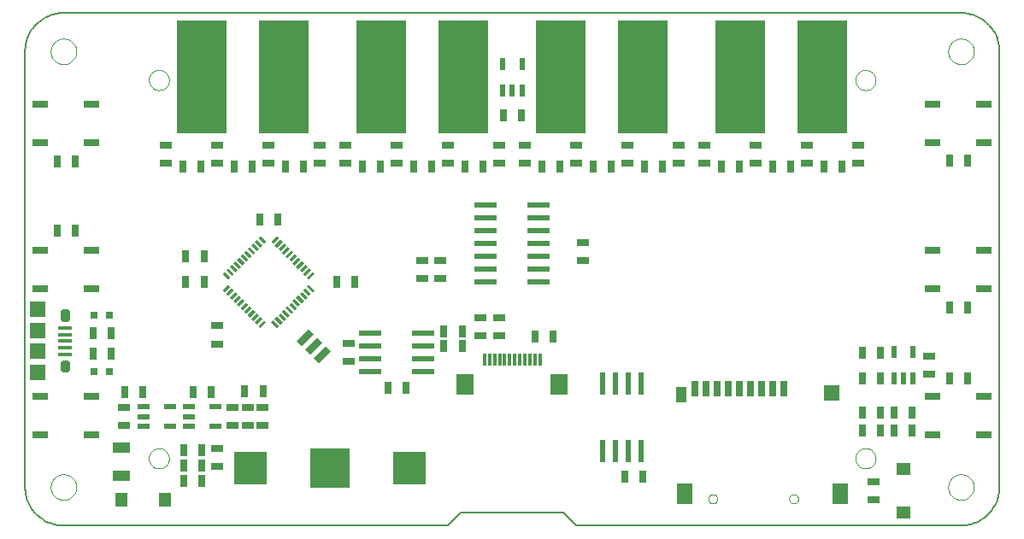
<source format=gtp>
G75*
%MOIN*%
%OFA0B0*%
%FSLAX24Y24*%
%IPPOS*%
%LPD*%
%AMOC8*
5,1,8,0,0,1.08239X$1,22.5*
%
%ADD10C,0.0050*%
%ADD11C,0.0000*%
%ADD12R,0.0276X0.0669*%
%ADD13R,0.0709X0.0394*%
%ADD14R,0.0472X0.0217*%
%ADD15R,0.0472X0.0315*%
%ADD16R,0.0217X0.0472*%
%ADD17R,0.0315X0.0472*%
%ADD18R,0.0579X0.0500*%
%ADD19R,0.0870X0.0240*%
%ADD20R,0.1969X0.4409*%
%ADD21R,0.0300X0.0300*%
%ADD22R,0.0600X0.0300*%
%ADD23R,0.0500X0.0579*%
%ADD24R,0.0531X0.0157*%
%ADD25C,0.0281*%
%ADD26R,0.0610X0.0648*%
%ADD27R,0.0610X0.0591*%
%ADD28R,0.1560X0.1560*%
%ADD29R,0.1250X0.1250*%
%ADD30R,0.0236X0.0866*%
%ADD31R,0.0118X0.0512*%
%ADD32R,0.0650X0.0807*%
%ADD33R,0.0315X0.0118*%
%ADD34R,0.0300X0.0600*%
%ADD35R,0.0400X0.0600*%
%ADD36R,0.0600X0.0800*%
%ADD37R,0.0600X0.0600*%
D10*
X017760Y016393D02*
X032760Y016393D01*
X033260Y016893D01*
X037260Y016893D01*
X037760Y016393D01*
X052760Y016393D01*
X052836Y016395D01*
X052912Y016401D01*
X052987Y016410D01*
X053062Y016424D01*
X053136Y016441D01*
X053209Y016462D01*
X053281Y016486D01*
X053352Y016515D01*
X053421Y016546D01*
X053488Y016581D01*
X053553Y016620D01*
X053617Y016662D01*
X053678Y016707D01*
X053737Y016755D01*
X053793Y016806D01*
X053847Y016860D01*
X053898Y016916D01*
X053946Y016975D01*
X053991Y017036D01*
X054033Y017100D01*
X054072Y017165D01*
X054107Y017232D01*
X054138Y017301D01*
X054167Y017372D01*
X054191Y017444D01*
X054212Y017517D01*
X054229Y017591D01*
X054243Y017666D01*
X054252Y017741D01*
X054258Y017817D01*
X054260Y017893D01*
X054260Y034893D01*
X054258Y034969D01*
X054252Y035045D01*
X054243Y035120D01*
X054229Y035195D01*
X054212Y035269D01*
X054191Y035342D01*
X054167Y035414D01*
X054138Y035485D01*
X054107Y035554D01*
X054072Y035621D01*
X054033Y035686D01*
X053991Y035750D01*
X053946Y035811D01*
X053898Y035870D01*
X053847Y035926D01*
X053793Y035980D01*
X053737Y036031D01*
X053678Y036079D01*
X053617Y036124D01*
X053553Y036166D01*
X053488Y036205D01*
X053421Y036240D01*
X053352Y036271D01*
X053281Y036300D01*
X053209Y036324D01*
X053136Y036345D01*
X053062Y036362D01*
X052987Y036376D01*
X052912Y036385D01*
X052836Y036391D01*
X052760Y036393D01*
X017760Y036393D01*
X017684Y036391D01*
X017608Y036385D01*
X017533Y036376D01*
X017458Y036362D01*
X017384Y036345D01*
X017311Y036324D01*
X017239Y036300D01*
X017168Y036271D01*
X017099Y036240D01*
X017032Y036205D01*
X016967Y036166D01*
X016903Y036124D01*
X016842Y036079D01*
X016783Y036031D01*
X016727Y035980D01*
X016673Y035926D01*
X016622Y035870D01*
X016574Y035811D01*
X016529Y035750D01*
X016487Y035686D01*
X016448Y035621D01*
X016413Y035554D01*
X016382Y035485D01*
X016353Y035414D01*
X016329Y035342D01*
X016308Y035269D01*
X016291Y035195D01*
X016277Y035120D01*
X016268Y035045D01*
X016262Y034969D01*
X016260Y034893D01*
X016260Y017893D01*
X016262Y017817D01*
X016268Y017741D01*
X016277Y017666D01*
X016291Y017591D01*
X016308Y017517D01*
X016329Y017444D01*
X016353Y017372D01*
X016382Y017301D01*
X016413Y017232D01*
X016448Y017165D01*
X016487Y017100D01*
X016529Y017036D01*
X016574Y016975D01*
X016622Y016916D01*
X016673Y016860D01*
X016727Y016806D01*
X016783Y016755D01*
X016842Y016707D01*
X016903Y016662D01*
X016967Y016620D01*
X017032Y016581D01*
X017099Y016546D01*
X017168Y016515D01*
X017239Y016486D01*
X017311Y016462D01*
X017384Y016441D01*
X017458Y016424D01*
X017533Y016410D01*
X017608Y016401D01*
X017684Y016395D01*
X017760Y016393D01*
D11*
X017260Y017893D02*
X017262Y017937D01*
X017268Y017981D01*
X017278Y018024D01*
X017291Y018066D01*
X017308Y018107D01*
X017329Y018146D01*
X017353Y018183D01*
X017380Y018218D01*
X017410Y018250D01*
X017443Y018280D01*
X017479Y018306D01*
X017516Y018330D01*
X017556Y018349D01*
X017597Y018366D01*
X017640Y018378D01*
X017683Y018387D01*
X017727Y018392D01*
X017771Y018393D01*
X017815Y018390D01*
X017859Y018383D01*
X017902Y018372D01*
X017944Y018358D01*
X017984Y018340D01*
X018023Y018318D01*
X018059Y018294D01*
X018093Y018266D01*
X018125Y018235D01*
X018154Y018201D01*
X018180Y018165D01*
X018202Y018127D01*
X018221Y018087D01*
X018236Y018045D01*
X018248Y018003D01*
X018256Y017959D01*
X018260Y017915D01*
X018260Y017871D01*
X018256Y017827D01*
X018248Y017783D01*
X018236Y017741D01*
X018221Y017699D01*
X018202Y017659D01*
X018180Y017621D01*
X018154Y017585D01*
X018125Y017551D01*
X018093Y017520D01*
X018059Y017492D01*
X018023Y017468D01*
X017984Y017446D01*
X017944Y017428D01*
X017902Y017414D01*
X017859Y017403D01*
X017815Y017396D01*
X017771Y017393D01*
X017727Y017394D01*
X017683Y017399D01*
X017640Y017408D01*
X017597Y017420D01*
X017556Y017437D01*
X017516Y017456D01*
X017479Y017480D01*
X017443Y017506D01*
X017410Y017536D01*
X017380Y017568D01*
X017353Y017603D01*
X017329Y017640D01*
X017308Y017679D01*
X017291Y017720D01*
X017278Y017762D01*
X017268Y017805D01*
X017262Y017849D01*
X017260Y017893D01*
X021086Y019011D02*
X021088Y019050D01*
X021094Y019089D01*
X021104Y019127D01*
X021117Y019164D01*
X021134Y019199D01*
X021154Y019233D01*
X021178Y019264D01*
X021205Y019293D01*
X021234Y019319D01*
X021266Y019342D01*
X021300Y019362D01*
X021336Y019378D01*
X021373Y019390D01*
X021412Y019399D01*
X021451Y019404D01*
X021490Y019405D01*
X021529Y019402D01*
X021568Y019395D01*
X021605Y019384D01*
X021642Y019370D01*
X021677Y019352D01*
X021710Y019331D01*
X021741Y019306D01*
X021769Y019279D01*
X021794Y019249D01*
X021816Y019216D01*
X021835Y019182D01*
X021850Y019146D01*
X021862Y019108D01*
X021870Y019070D01*
X021874Y019031D01*
X021874Y018991D01*
X021870Y018952D01*
X021862Y018914D01*
X021850Y018876D01*
X021835Y018840D01*
X021816Y018806D01*
X021794Y018773D01*
X021769Y018743D01*
X021741Y018716D01*
X021710Y018691D01*
X021677Y018670D01*
X021642Y018652D01*
X021605Y018638D01*
X021568Y018627D01*
X021529Y018620D01*
X021490Y018617D01*
X021451Y018618D01*
X021412Y018623D01*
X021373Y018632D01*
X021336Y018644D01*
X021300Y018660D01*
X021266Y018680D01*
X021234Y018703D01*
X021205Y018729D01*
X021178Y018758D01*
X021154Y018789D01*
X021134Y018823D01*
X021117Y018858D01*
X021104Y018895D01*
X021094Y018933D01*
X021088Y018972D01*
X021086Y019011D01*
X021086Y033775D02*
X021088Y033814D01*
X021094Y033853D01*
X021104Y033891D01*
X021117Y033928D01*
X021134Y033963D01*
X021154Y033997D01*
X021178Y034028D01*
X021205Y034057D01*
X021234Y034083D01*
X021266Y034106D01*
X021300Y034126D01*
X021336Y034142D01*
X021373Y034154D01*
X021412Y034163D01*
X021451Y034168D01*
X021490Y034169D01*
X021529Y034166D01*
X021568Y034159D01*
X021605Y034148D01*
X021642Y034134D01*
X021677Y034116D01*
X021710Y034095D01*
X021741Y034070D01*
X021769Y034043D01*
X021794Y034013D01*
X021816Y033980D01*
X021835Y033946D01*
X021850Y033910D01*
X021862Y033872D01*
X021870Y033834D01*
X021874Y033795D01*
X021874Y033755D01*
X021870Y033716D01*
X021862Y033678D01*
X021850Y033640D01*
X021835Y033604D01*
X021816Y033570D01*
X021794Y033537D01*
X021769Y033507D01*
X021741Y033480D01*
X021710Y033455D01*
X021677Y033434D01*
X021642Y033416D01*
X021605Y033402D01*
X021568Y033391D01*
X021529Y033384D01*
X021490Y033381D01*
X021451Y033382D01*
X021412Y033387D01*
X021373Y033396D01*
X021336Y033408D01*
X021300Y033424D01*
X021266Y033444D01*
X021234Y033467D01*
X021205Y033493D01*
X021178Y033522D01*
X021154Y033553D01*
X021134Y033587D01*
X021117Y033622D01*
X021104Y033659D01*
X021094Y033697D01*
X021088Y033736D01*
X021086Y033775D01*
X017260Y034893D02*
X017262Y034937D01*
X017268Y034981D01*
X017278Y035024D01*
X017291Y035066D01*
X017308Y035107D01*
X017329Y035146D01*
X017353Y035183D01*
X017380Y035218D01*
X017410Y035250D01*
X017443Y035280D01*
X017479Y035306D01*
X017516Y035330D01*
X017556Y035349D01*
X017597Y035366D01*
X017640Y035378D01*
X017683Y035387D01*
X017727Y035392D01*
X017771Y035393D01*
X017815Y035390D01*
X017859Y035383D01*
X017902Y035372D01*
X017944Y035358D01*
X017984Y035340D01*
X018023Y035318D01*
X018059Y035294D01*
X018093Y035266D01*
X018125Y035235D01*
X018154Y035201D01*
X018180Y035165D01*
X018202Y035127D01*
X018221Y035087D01*
X018236Y035045D01*
X018248Y035003D01*
X018256Y034959D01*
X018260Y034915D01*
X018260Y034871D01*
X018256Y034827D01*
X018248Y034783D01*
X018236Y034741D01*
X018221Y034699D01*
X018202Y034659D01*
X018180Y034621D01*
X018154Y034585D01*
X018125Y034551D01*
X018093Y034520D01*
X018059Y034492D01*
X018023Y034468D01*
X017984Y034446D01*
X017944Y034428D01*
X017902Y034414D01*
X017859Y034403D01*
X017815Y034396D01*
X017771Y034393D01*
X017727Y034394D01*
X017683Y034399D01*
X017640Y034408D01*
X017597Y034420D01*
X017556Y034437D01*
X017516Y034456D01*
X017479Y034480D01*
X017443Y034506D01*
X017410Y034536D01*
X017380Y034568D01*
X017353Y034603D01*
X017329Y034640D01*
X017308Y034679D01*
X017291Y034720D01*
X017278Y034762D01*
X017268Y034805D01*
X017262Y034849D01*
X017260Y034893D01*
X042911Y017435D02*
X042913Y017461D01*
X042919Y017487D01*
X042928Y017511D01*
X042941Y017534D01*
X042958Y017554D01*
X042977Y017572D01*
X042999Y017587D01*
X043022Y017598D01*
X043047Y017606D01*
X043073Y017610D01*
X043099Y017610D01*
X043125Y017606D01*
X043150Y017598D01*
X043174Y017587D01*
X043195Y017572D01*
X043214Y017554D01*
X043231Y017534D01*
X043244Y017511D01*
X043253Y017487D01*
X043259Y017461D01*
X043261Y017435D01*
X043259Y017409D01*
X043253Y017383D01*
X043244Y017359D01*
X043231Y017336D01*
X043214Y017316D01*
X043195Y017298D01*
X043173Y017283D01*
X043150Y017272D01*
X043125Y017264D01*
X043099Y017260D01*
X043073Y017260D01*
X043047Y017264D01*
X043022Y017272D01*
X042998Y017283D01*
X042977Y017298D01*
X042958Y017316D01*
X042941Y017336D01*
X042928Y017359D01*
X042919Y017383D01*
X042913Y017409D01*
X042911Y017435D01*
X046060Y017435D02*
X046062Y017461D01*
X046068Y017487D01*
X046077Y017511D01*
X046090Y017534D01*
X046107Y017554D01*
X046126Y017572D01*
X046148Y017587D01*
X046171Y017598D01*
X046196Y017606D01*
X046222Y017610D01*
X046248Y017610D01*
X046274Y017606D01*
X046299Y017598D01*
X046323Y017587D01*
X046344Y017572D01*
X046363Y017554D01*
X046380Y017534D01*
X046393Y017511D01*
X046402Y017487D01*
X046408Y017461D01*
X046410Y017435D01*
X046408Y017409D01*
X046402Y017383D01*
X046393Y017359D01*
X046380Y017336D01*
X046363Y017316D01*
X046344Y017298D01*
X046322Y017283D01*
X046299Y017272D01*
X046274Y017264D01*
X046248Y017260D01*
X046222Y017260D01*
X046196Y017264D01*
X046171Y017272D01*
X046147Y017283D01*
X046126Y017298D01*
X046107Y017316D01*
X046090Y017336D01*
X046077Y017359D01*
X046068Y017383D01*
X046062Y017409D01*
X046060Y017435D01*
X048645Y019011D02*
X048647Y019050D01*
X048653Y019089D01*
X048663Y019127D01*
X048676Y019164D01*
X048693Y019199D01*
X048713Y019233D01*
X048737Y019264D01*
X048764Y019293D01*
X048793Y019319D01*
X048825Y019342D01*
X048859Y019362D01*
X048895Y019378D01*
X048932Y019390D01*
X048971Y019399D01*
X049010Y019404D01*
X049049Y019405D01*
X049088Y019402D01*
X049127Y019395D01*
X049164Y019384D01*
X049201Y019370D01*
X049236Y019352D01*
X049269Y019331D01*
X049300Y019306D01*
X049328Y019279D01*
X049353Y019249D01*
X049375Y019216D01*
X049394Y019182D01*
X049409Y019146D01*
X049421Y019108D01*
X049429Y019070D01*
X049433Y019031D01*
X049433Y018991D01*
X049429Y018952D01*
X049421Y018914D01*
X049409Y018876D01*
X049394Y018840D01*
X049375Y018806D01*
X049353Y018773D01*
X049328Y018743D01*
X049300Y018716D01*
X049269Y018691D01*
X049236Y018670D01*
X049201Y018652D01*
X049164Y018638D01*
X049127Y018627D01*
X049088Y018620D01*
X049049Y018617D01*
X049010Y018618D01*
X048971Y018623D01*
X048932Y018632D01*
X048895Y018644D01*
X048859Y018660D01*
X048825Y018680D01*
X048793Y018703D01*
X048764Y018729D01*
X048737Y018758D01*
X048713Y018789D01*
X048693Y018823D01*
X048676Y018858D01*
X048663Y018895D01*
X048653Y018933D01*
X048647Y018972D01*
X048645Y019011D01*
X052260Y017893D02*
X052262Y017937D01*
X052268Y017981D01*
X052278Y018024D01*
X052291Y018066D01*
X052308Y018107D01*
X052329Y018146D01*
X052353Y018183D01*
X052380Y018218D01*
X052410Y018250D01*
X052443Y018280D01*
X052479Y018306D01*
X052516Y018330D01*
X052556Y018349D01*
X052597Y018366D01*
X052640Y018378D01*
X052683Y018387D01*
X052727Y018392D01*
X052771Y018393D01*
X052815Y018390D01*
X052859Y018383D01*
X052902Y018372D01*
X052944Y018358D01*
X052984Y018340D01*
X053023Y018318D01*
X053059Y018294D01*
X053093Y018266D01*
X053125Y018235D01*
X053154Y018201D01*
X053180Y018165D01*
X053202Y018127D01*
X053221Y018087D01*
X053236Y018045D01*
X053248Y018003D01*
X053256Y017959D01*
X053260Y017915D01*
X053260Y017871D01*
X053256Y017827D01*
X053248Y017783D01*
X053236Y017741D01*
X053221Y017699D01*
X053202Y017659D01*
X053180Y017621D01*
X053154Y017585D01*
X053125Y017551D01*
X053093Y017520D01*
X053059Y017492D01*
X053023Y017468D01*
X052984Y017446D01*
X052944Y017428D01*
X052902Y017414D01*
X052859Y017403D01*
X052815Y017396D01*
X052771Y017393D01*
X052727Y017394D01*
X052683Y017399D01*
X052640Y017408D01*
X052597Y017420D01*
X052556Y017437D01*
X052516Y017456D01*
X052479Y017480D01*
X052443Y017506D01*
X052410Y017536D01*
X052380Y017568D01*
X052353Y017603D01*
X052329Y017640D01*
X052308Y017679D01*
X052291Y017720D01*
X052278Y017762D01*
X052268Y017805D01*
X052262Y017849D01*
X052260Y017893D01*
X048645Y033775D02*
X048647Y033814D01*
X048653Y033853D01*
X048663Y033891D01*
X048676Y033928D01*
X048693Y033963D01*
X048713Y033997D01*
X048737Y034028D01*
X048764Y034057D01*
X048793Y034083D01*
X048825Y034106D01*
X048859Y034126D01*
X048895Y034142D01*
X048932Y034154D01*
X048971Y034163D01*
X049010Y034168D01*
X049049Y034169D01*
X049088Y034166D01*
X049127Y034159D01*
X049164Y034148D01*
X049201Y034134D01*
X049236Y034116D01*
X049269Y034095D01*
X049300Y034070D01*
X049328Y034043D01*
X049353Y034013D01*
X049375Y033980D01*
X049394Y033946D01*
X049409Y033910D01*
X049421Y033872D01*
X049429Y033834D01*
X049433Y033795D01*
X049433Y033755D01*
X049429Y033716D01*
X049421Y033678D01*
X049409Y033640D01*
X049394Y033604D01*
X049375Y033570D01*
X049353Y033537D01*
X049328Y033507D01*
X049300Y033480D01*
X049269Y033455D01*
X049236Y033434D01*
X049201Y033416D01*
X049164Y033402D01*
X049127Y033391D01*
X049088Y033384D01*
X049049Y033381D01*
X049010Y033382D01*
X048971Y033387D01*
X048932Y033396D01*
X048895Y033408D01*
X048859Y033424D01*
X048825Y033444D01*
X048793Y033467D01*
X048764Y033493D01*
X048737Y033522D01*
X048713Y033553D01*
X048693Y033587D01*
X048676Y033622D01*
X048663Y033659D01*
X048653Y033697D01*
X048647Y033736D01*
X048645Y033775D01*
X052260Y034893D02*
X052262Y034937D01*
X052268Y034981D01*
X052278Y035024D01*
X052291Y035066D01*
X052308Y035107D01*
X052329Y035146D01*
X052353Y035183D01*
X052380Y035218D01*
X052410Y035250D01*
X052443Y035280D01*
X052479Y035306D01*
X052516Y035330D01*
X052556Y035349D01*
X052597Y035366D01*
X052640Y035378D01*
X052683Y035387D01*
X052727Y035392D01*
X052771Y035393D01*
X052815Y035390D01*
X052859Y035383D01*
X052902Y035372D01*
X052944Y035358D01*
X052984Y035340D01*
X053023Y035318D01*
X053059Y035294D01*
X053093Y035266D01*
X053125Y035235D01*
X053154Y035201D01*
X053180Y035165D01*
X053202Y035127D01*
X053221Y035087D01*
X053236Y035045D01*
X053248Y035003D01*
X053256Y034959D01*
X053260Y034915D01*
X053260Y034871D01*
X053256Y034827D01*
X053248Y034783D01*
X053236Y034741D01*
X053221Y034699D01*
X053202Y034659D01*
X053180Y034621D01*
X053154Y034585D01*
X053125Y034551D01*
X053093Y034520D01*
X053059Y034492D01*
X053023Y034468D01*
X052984Y034446D01*
X052944Y034428D01*
X052902Y034414D01*
X052859Y034403D01*
X052815Y034396D01*
X052771Y034393D01*
X052727Y034394D01*
X052683Y034399D01*
X052640Y034408D01*
X052597Y034420D01*
X052556Y034437D01*
X052516Y034456D01*
X052479Y034480D01*
X052443Y034506D01*
X052410Y034536D01*
X052380Y034568D01*
X052353Y034603D01*
X052329Y034640D01*
X052308Y034679D01*
X052291Y034720D01*
X052278Y034762D01*
X052268Y034805D01*
X052262Y034849D01*
X052260Y034893D01*
D12*
G36*
X027982Y023392D02*
X028177Y023197D01*
X027706Y022726D01*
X027511Y022921D01*
X027982Y023392D01*
G37*
G36*
X027648Y023726D02*
X027843Y023531D01*
X027372Y023060D01*
X027177Y023255D01*
X027648Y023726D01*
G37*
G36*
X027313Y024060D02*
X027508Y023865D01*
X027037Y023394D01*
X026842Y023589D01*
X027313Y024060D01*
G37*
D13*
X020010Y019444D03*
X020010Y018342D03*
D14*
X020898Y020269D03*
X020898Y020643D03*
X020898Y021017D03*
X021921Y021017D03*
X022648Y021017D03*
X022648Y020643D03*
X022648Y020269D03*
X021921Y020269D03*
X023671Y020269D03*
X023671Y021017D03*
D15*
X024360Y020998D03*
X024935Y020998D03*
X025510Y020998D03*
X025510Y020289D03*
X024935Y020289D03*
X024360Y020289D03*
X023760Y019398D03*
X023760Y018689D03*
X020110Y020289D03*
X020110Y020998D03*
X023760Y023476D03*
X023760Y024185D03*
X028885Y023498D03*
X028885Y022789D03*
X031760Y026039D03*
X032460Y026039D03*
X032460Y026748D03*
X031760Y026748D03*
X034010Y024498D03*
X034760Y024498D03*
X034760Y023789D03*
X034010Y023789D03*
X038010Y026739D03*
X038010Y027448D03*
X037760Y030539D03*
X037760Y031248D03*
X039760Y031248D03*
X039760Y030539D03*
X041760Y030539D03*
X041760Y031248D03*
X042760Y031248D03*
X042760Y030539D03*
X044760Y030539D03*
X044760Y031248D03*
X046760Y031248D03*
X046760Y030539D03*
X048760Y030539D03*
X048760Y031248D03*
X051510Y022998D03*
X051510Y022289D03*
X049364Y018098D03*
X049364Y017389D03*
X035760Y030539D03*
X035760Y031248D03*
X034760Y031248D03*
X034760Y030539D03*
X032760Y030539D03*
X032760Y031248D03*
X030760Y031248D03*
X030760Y030539D03*
X028760Y030539D03*
X027760Y030539D03*
X027760Y031248D03*
X028760Y031248D03*
X025760Y031248D03*
X025760Y030539D03*
X023760Y030539D03*
X023760Y031248D03*
X021760Y031248D03*
X021760Y030539D03*
D16*
X034885Y033381D03*
X035260Y033381D03*
X035634Y033381D03*
X035634Y034405D03*
X034885Y034405D03*
X050135Y023155D03*
X050884Y023155D03*
X050884Y022131D03*
X050510Y022131D03*
X050135Y022131D03*
D17*
X049614Y022142D03*
X048905Y022142D03*
X048905Y023143D03*
X049614Y023143D03*
X052305Y022143D03*
X053014Y022143D03*
X050864Y020793D03*
X050864Y020093D03*
X050155Y020093D03*
X049614Y020093D03*
X049614Y020793D03*
X050155Y020793D03*
X048905Y020793D03*
X048905Y020093D03*
X052305Y024893D03*
X053014Y024893D03*
X048114Y030393D03*
X047405Y030393D03*
X046114Y030393D03*
X045405Y030393D03*
X044114Y030393D03*
X043405Y030393D03*
X041114Y030393D03*
X040405Y030393D03*
X039114Y030393D03*
X038405Y030393D03*
X037114Y030393D03*
X036405Y030393D03*
X034114Y030393D03*
X033405Y030393D03*
X032114Y030393D03*
X031405Y030393D03*
X030114Y030393D03*
X029405Y030393D03*
X027114Y030393D03*
X026405Y030393D03*
X025114Y030393D03*
X024405Y030393D03*
X023114Y030393D03*
X022405Y030393D03*
X025405Y028331D03*
X026114Y028331D03*
X023239Y026893D03*
X022530Y026893D03*
X022530Y025893D03*
X023239Y025893D03*
X019614Y023893D03*
X018905Y023893D03*
X018905Y023093D03*
X019614Y023093D03*
X020155Y021593D03*
X020864Y021593D03*
X022805Y021593D03*
X023514Y021593D03*
X024830Y021643D03*
X025539Y021643D03*
X023164Y019343D03*
X022455Y019343D03*
X022455Y018743D03*
X022455Y018143D03*
X023164Y018143D03*
X023164Y018743D03*
X030405Y021768D03*
X031114Y021768D03*
X032593Y023393D03*
X032593Y023956D03*
X033301Y023956D03*
X033301Y023393D03*
X036155Y023757D03*
X036864Y023757D03*
X029114Y025893D03*
X028405Y025893D03*
X034905Y032393D03*
X035614Y032393D03*
X052305Y030643D03*
X053014Y030643D03*
X040364Y018293D03*
X039655Y018293D03*
X018214Y027893D03*
X017505Y027893D03*
X017505Y030593D03*
X018214Y030593D03*
D18*
X050510Y018590D03*
X050510Y016897D03*
D19*
X036290Y025893D03*
X036290Y026393D03*
X036290Y026893D03*
X036290Y027393D03*
X036290Y027893D03*
X036290Y028393D03*
X036290Y028893D03*
X034230Y028893D03*
X034230Y028393D03*
X034230Y027893D03*
X034230Y027393D03*
X034230Y026893D03*
X034230Y026393D03*
X034230Y025893D03*
X031790Y023893D03*
X031790Y023393D03*
X031790Y022893D03*
X031790Y022393D03*
X029730Y022393D03*
X029730Y022893D03*
X029730Y023393D03*
X029730Y023893D03*
D20*
X030160Y033893D03*
X033360Y033893D03*
X037160Y033893D03*
X040360Y033893D03*
X044160Y033893D03*
X047360Y033893D03*
X026360Y033893D03*
X023160Y033893D03*
D21*
X019560Y024593D03*
X018960Y024593D03*
X018960Y022393D03*
X019560Y022393D03*
D22*
X018860Y021443D03*
X016860Y021443D03*
X016860Y019943D03*
X018860Y019943D03*
X018860Y025643D03*
X016860Y025643D03*
X016860Y027143D03*
X018860Y027143D03*
X018860Y031343D03*
X016860Y031343D03*
X016860Y032843D03*
X018860Y032843D03*
X051660Y032843D03*
X051660Y031343D03*
X053660Y031343D03*
X053660Y032843D03*
X053660Y027143D03*
X053660Y025643D03*
X051660Y025643D03*
X051660Y027143D03*
X051660Y021443D03*
X051660Y019943D03*
X053660Y019943D03*
X053660Y021443D03*
D23*
X021706Y017393D03*
X020013Y017393D03*
D24*
X017823Y023081D03*
X017823Y023337D03*
X017823Y023593D03*
X017823Y023849D03*
X017823Y024105D03*
D25*
X017776Y024472D02*
X017776Y024684D01*
X017870Y024684D01*
X017870Y024472D01*
X017776Y024472D01*
X017776Y022715D02*
X017776Y022503D01*
X017776Y022715D02*
X017870Y022715D01*
X017870Y022503D01*
X017776Y022503D01*
D26*
X016760Y022364D03*
X016760Y024823D03*
D27*
X016760Y023987D03*
X016760Y023200D03*
D28*
X028135Y018643D03*
D29*
X031235Y018643D03*
X025035Y018643D03*
D30*
X038785Y019307D03*
X039285Y019307D03*
X039785Y019307D03*
X040285Y019307D03*
X040285Y021929D03*
X039785Y021929D03*
X039285Y021929D03*
X038785Y021929D03*
D31*
X036342Y022858D03*
X036145Y022858D03*
X035948Y022858D03*
X035752Y022858D03*
X035555Y022858D03*
X035358Y022858D03*
X035161Y022858D03*
X034964Y022858D03*
X034767Y022858D03*
X034571Y022858D03*
X034374Y022858D03*
X034177Y022858D03*
D32*
X033429Y021893D03*
X037090Y021893D03*
D33*
G36*
X027333Y025795D02*
X027554Y025574D01*
X027471Y025491D01*
X027250Y025712D01*
X027333Y025795D01*
G37*
G36*
X027194Y025656D02*
X027415Y025435D01*
X027332Y025352D01*
X027111Y025573D01*
X027194Y025656D01*
G37*
G36*
X027055Y025516D02*
X027276Y025295D01*
X027193Y025212D01*
X026972Y025433D01*
X027055Y025516D01*
G37*
G36*
X026915Y025377D02*
X027136Y025156D01*
X027053Y025073D01*
X026832Y025294D01*
X026915Y025377D01*
G37*
G36*
X026776Y025238D02*
X026997Y025017D01*
X026914Y024934D01*
X026693Y025155D01*
X026776Y025238D01*
G37*
G36*
X026775Y024795D02*
X026554Y025016D01*
X026637Y025099D01*
X026858Y024878D01*
X026775Y024795D01*
G37*
G36*
X026636Y024656D02*
X026415Y024877D01*
X026498Y024960D01*
X026719Y024739D01*
X026636Y024656D01*
G37*
G36*
X026497Y024516D02*
X026276Y024737D01*
X026359Y024820D01*
X026580Y024599D01*
X026497Y024516D01*
G37*
G36*
X026357Y024377D02*
X026136Y024598D01*
X026219Y024681D01*
X026440Y024460D01*
X026357Y024377D01*
G37*
G36*
X026218Y024238D02*
X025997Y024459D01*
X026080Y024542D01*
X026301Y024321D01*
X026218Y024238D01*
G37*
G36*
X026079Y024099D02*
X025858Y024320D01*
X025941Y024403D01*
X026162Y024182D01*
X026079Y024099D01*
G37*
G36*
X025661Y024320D02*
X025440Y024099D01*
X025357Y024182D01*
X025578Y024403D01*
X025661Y024320D01*
G37*
G36*
X025522Y024459D02*
X025301Y024238D01*
X025218Y024321D01*
X025439Y024542D01*
X025522Y024459D01*
G37*
G36*
X025383Y024598D02*
X025162Y024377D01*
X025079Y024460D01*
X025300Y024681D01*
X025383Y024598D01*
G37*
G36*
X025243Y024737D02*
X025022Y024516D01*
X024939Y024599D01*
X025160Y024820D01*
X025243Y024737D01*
G37*
G36*
X025104Y024877D02*
X024883Y024656D01*
X024800Y024739D01*
X025021Y024960D01*
X025104Y024877D01*
G37*
G36*
X024661Y024878D02*
X024882Y025099D01*
X024965Y025016D01*
X024744Y024795D01*
X024661Y024878D01*
G37*
G36*
X024522Y025017D02*
X024743Y025238D01*
X024826Y025155D01*
X024605Y024934D01*
X024522Y025017D01*
G37*
G36*
X024383Y025156D02*
X024604Y025377D01*
X024687Y025294D01*
X024466Y025073D01*
X024383Y025156D01*
G37*
G36*
X024243Y025295D02*
X024464Y025516D01*
X024547Y025433D01*
X024326Y025212D01*
X024243Y025295D01*
G37*
G36*
X024104Y025435D02*
X024325Y025656D01*
X024408Y025573D01*
X024187Y025352D01*
X024104Y025435D01*
G37*
G36*
X023965Y025574D02*
X024186Y025795D01*
X024269Y025712D01*
X024048Y025491D01*
X023965Y025574D01*
G37*
G36*
X024186Y025992D02*
X023965Y026213D01*
X024048Y026296D01*
X024269Y026075D01*
X024186Y025992D01*
G37*
G36*
X024325Y026131D02*
X024104Y026352D01*
X024187Y026435D01*
X024408Y026214D01*
X024325Y026131D01*
G37*
G36*
X024464Y026270D02*
X024243Y026491D01*
X024326Y026574D01*
X024547Y026353D01*
X024464Y026270D01*
G37*
G36*
X024604Y026409D02*
X024383Y026630D01*
X024466Y026713D01*
X024687Y026492D01*
X024604Y026409D01*
G37*
G36*
X024743Y026549D02*
X024522Y026770D01*
X024605Y026853D01*
X024826Y026632D01*
X024743Y026549D01*
G37*
G36*
X024744Y026992D02*
X024965Y026771D01*
X024882Y026688D01*
X024661Y026909D01*
X024744Y026992D01*
G37*
G36*
X024883Y027131D02*
X025104Y026910D01*
X025021Y026827D01*
X024800Y027048D01*
X024883Y027131D01*
G37*
G36*
X025022Y027270D02*
X025243Y027049D01*
X025160Y026966D01*
X024939Y027187D01*
X025022Y027270D01*
G37*
G36*
X025162Y027409D02*
X025383Y027188D01*
X025300Y027105D01*
X025079Y027326D01*
X025162Y027409D01*
G37*
G36*
X025301Y027549D02*
X025522Y027328D01*
X025439Y027245D01*
X025218Y027466D01*
X025301Y027549D01*
G37*
G36*
X025440Y027688D02*
X025661Y027467D01*
X025578Y027384D01*
X025357Y027605D01*
X025440Y027688D01*
G37*
G36*
X025858Y027467D02*
X026079Y027688D01*
X026162Y027605D01*
X025941Y027384D01*
X025858Y027467D01*
G37*
G36*
X025997Y027328D02*
X026218Y027549D01*
X026301Y027466D01*
X026080Y027245D01*
X025997Y027328D01*
G37*
G36*
X026136Y027188D02*
X026357Y027409D01*
X026440Y027326D01*
X026219Y027105D01*
X026136Y027188D01*
G37*
G36*
X026276Y027049D02*
X026497Y027270D01*
X026580Y027187D01*
X026359Y026966D01*
X026276Y027049D01*
G37*
G36*
X026415Y026910D02*
X026636Y027131D01*
X026719Y027048D01*
X026498Y026827D01*
X026415Y026910D01*
G37*
G36*
X026858Y026909D02*
X026637Y026688D01*
X026554Y026771D01*
X026775Y026992D01*
X026858Y026909D01*
G37*
G36*
X026997Y026770D02*
X026776Y026549D01*
X026693Y026632D01*
X026914Y026853D01*
X026997Y026770D01*
G37*
G36*
X027136Y026630D02*
X026915Y026409D01*
X026832Y026492D01*
X027053Y026713D01*
X027136Y026630D01*
G37*
G36*
X027276Y026491D02*
X027055Y026270D01*
X026972Y026353D01*
X027193Y026574D01*
X027276Y026491D01*
G37*
G36*
X027415Y026352D02*
X027194Y026131D01*
X027111Y026214D01*
X027332Y026435D01*
X027415Y026352D01*
G37*
G36*
X027554Y026213D02*
X027333Y025992D01*
X027250Y026075D01*
X027471Y026296D01*
X027554Y026213D01*
G37*
D34*
X042377Y021726D03*
X042810Y021726D03*
X043243Y021726D03*
X043676Y021726D03*
X044110Y021726D03*
X044543Y021726D03*
X044976Y021726D03*
X045409Y021726D03*
X045842Y021726D03*
D35*
X041847Y021490D03*
D36*
X041984Y017643D03*
X048047Y017643D03*
D37*
X047724Y021572D03*
M02*

</source>
